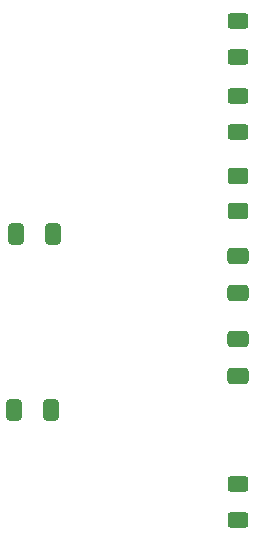
<source format=gbr>
%TF.GenerationSoftware,KiCad,Pcbnew,9.0.3*%
%TF.CreationDate,2025-07-13T14:18:37+05:30*%
%TF.ProjectId,lighting_pcb_tht,6c696768-7469-46e6-975f-7063625f7468,rev?*%
%TF.SameCoordinates,Original*%
%TF.FileFunction,Paste,Top*%
%TF.FilePolarity,Positive*%
%FSLAX46Y46*%
G04 Gerber Fmt 4.6, Leading zero omitted, Abs format (unit mm)*
G04 Created by KiCad (PCBNEW 9.0.3) date 2025-07-13 14:18:37*
%MOMM*%
%LPD*%
G01*
G04 APERTURE LIST*
G04 Aperture macros list*
%AMRoundRect*
0 Rectangle with rounded corners*
0 $1 Rounding radius*
0 $2 $3 $4 $5 $6 $7 $8 $9 X,Y pos of 4 corners*
0 Add a 4 corners polygon primitive as box body*
4,1,4,$2,$3,$4,$5,$6,$7,$8,$9,$2,$3,0*
0 Add four circle primitives for the rounded corners*
1,1,$1+$1,$2,$3*
1,1,$1+$1,$4,$5*
1,1,$1+$1,$6,$7*
1,1,$1+$1,$8,$9*
0 Add four rect primitives between the rounded corners*
20,1,$1+$1,$2,$3,$4,$5,0*
20,1,$1+$1,$4,$5,$6,$7,0*
20,1,$1+$1,$6,$7,$8,$9,0*
20,1,$1+$1,$8,$9,$2,$3,0*%
G04 Aperture macros list end*
%ADD10RoundRect,0.250000X-0.650000X0.412500X-0.650000X-0.412500X0.650000X-0.412500X0.650000X0.412500X0*%
%ADD11RoundRect,0.250001X-0.624999X0.462499X-0.624999X-0.462499X0.624999X-0.462499X0.624999X0.462499X0*%
%ADD12RoundRect,0.250000X-0.625000X0.400000X-0.625000X-0.400000X0.625000X-0.400000X0.625000X0.400000X0*%
%ADD13RoundRect,0.250000X0.412500X0.650000X-0.412500X0.650000X-0.412500X-0.650000X0.412500X-0.650000X0*%
G04 APERTURE END LIST*
D10*
%TO.C,C1*%
X21000000Y-25462500D03*
X21000000Y-22337500D03*
%TD*%
D11*
%TO.C,D1*%
X21000000Y-18587500D03*
X21000000Y-15612500D03*
%TD*%
D12*
%TO.C,R3*%
X21000000Y-11890000D03*
X21000000Y-8790000D03*
%TD*%
%TO.C,R1*%
X21000000Y-2460000D03*
X21000000Y-5560000D03*
%TD*%
%TO.C,R2*%
X21000000Y-41660000D03*
X21000000Y-44760000D03*
%TD*%
D13*
%TO.C,C2*%
X5282500Y-20510000D03*
X2157500Y-20510000D03*
%TD*%
D10*
%TO.C,C5*%
X21000000Y-29387500D03*
X21000000Y-32512500D03*
%TD*%
D13*
%TO.C,C4*%
X5110000Y-35400000D03*
X1985000Y-35400000D03*
%TD*%
M02*

</source>
